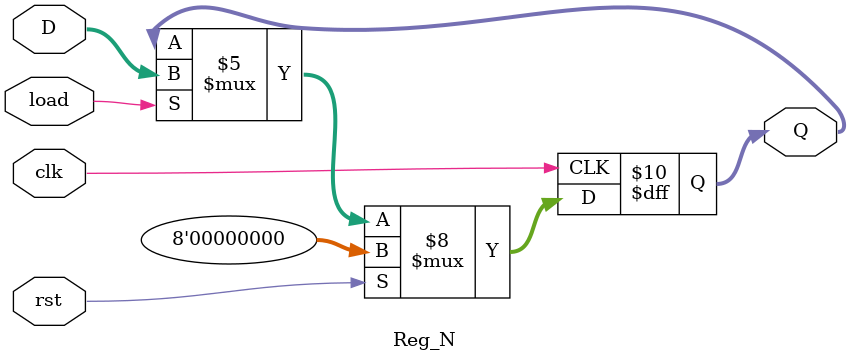
<source format=v>
module Reg_N(clk,rst,load,D,Q);
    parameter DEBUG=0;

    parameter BITWIDTH=8;
    input clk;
    input rst;
    input load;
    input [BITWIDTH-1:0] D;
    output reg [BITWIDTH-1:0] Q=0;

    always@(posedge clk)begin
        if(rst==1)begin
            Q<=0;
        end
        else if(load==1) begin
            Q<=D;
        end

        if(DEBUG==1)
            $write("load:%b,D:%x,Q:%x\n",load,D,Q);
    end
endmodule //reg_N 

</source>
